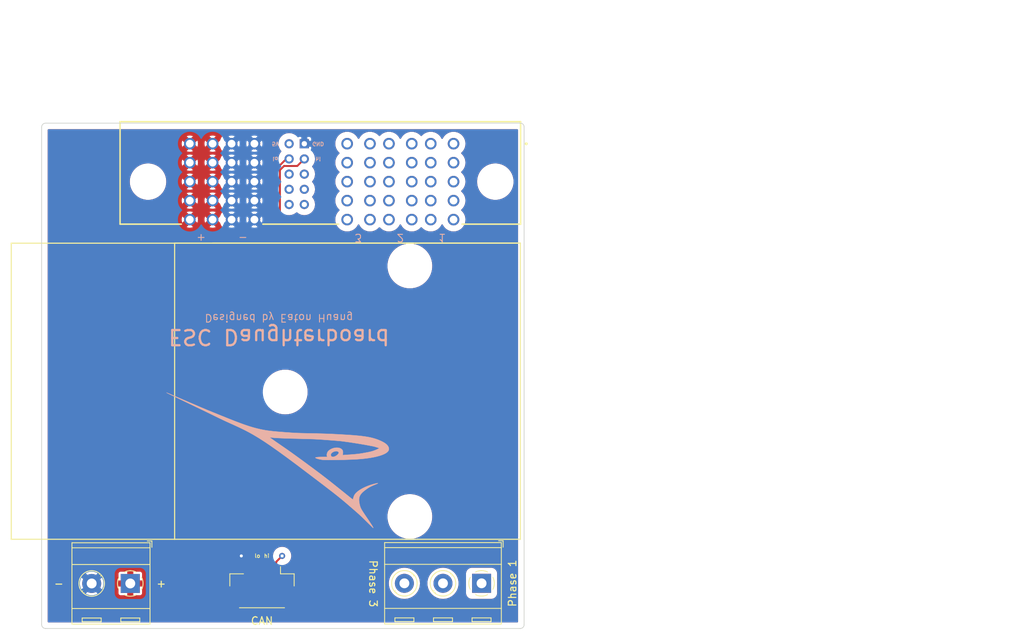
<source format=kicad_pcb>
(kicad_pcb (version 20211014) (generator pcbnew)
  (layers (0 "F.Cu" power) (1 "In1.Cu" signal "Phase 1") (2 "In2.Cu" signal "Phase 2") (3 "In3.Cu" signal "Phase 3") (4 "In4.Cu" power "5V") (31 "B.Cu" power) (34 "B.Paste" user) (35 "F.Paste" user) (36 "B.SilkS" user "B.Silkscreen") (37 "F.SilkS" user "F.Silkscreen") (38 "B.Mask" user) (39 "F.Mask" user) (44 "Edge.Cuts" user))
  (net 0 "")
  (net 1 "/Phase_1")
  (net 2 "/Phase_2")
  (net 3 "/Phase_3")
  (net 4 "/16V")
  (net 5 "GND")
  (net 6 "+5V")
  (net 7 "/CAH")
  (net 8 "/CAL")
  (footprint "TerminalBlock_RND:TerminalBlock_RND_205-00288_1x03_P5.08mm_Horizontal" (layer "F.Cu") (at 167.4 119.8 180)
    (fp_text reference "Phase 1" (at -4.06 0 90 unlocked) (layer "F.SilkS"))
    (fp_text value "Screw_Terminal_01x03")
    (fp_line (start 3.83 -5.05) (end 6.33 -5.05) (layer "F.SilkS") (width 0.12))
    (fp_line (start -1.25 -5.05) (end -1.25 -4.55) (layer "F.SilkS") (width 0.12))
    (fp_line (start 6.33 -5.05) (end 6.33 -4.55) (layer "F.SilkS") (width 0.12))
    (fp_line (start 11.23 -1.275) (end 11.171 -1.216) (layer "F.SilkS") (width 0.12))
    (fp_line (start 11.41 -5.05) (end 11.41 -4.55) (layer "F.SilkS") (width 0.12))
    (fp_line (start -2.6 4.7) (end 12.76 4.7) (layer "F.SilkS") (width 0.12))
    (fp_line (start -1.25 -4.55) (end 1.25 -4.55) (layer "F.SilkS") (width 0.12))
    (fp_line (start -1.25 -5.05) (end 1.25 -5.05) (layer "F.SilkS") (width 0.12))
    (fp_line (start -2.84 5.6) (end -2.24 5.6) (layer "F.SilkS") (width 0.12))
    (fp_line (start 3.83 -5.05) (end 3.83 -4.55) (layer "F.SilkS") (width 0.12))
    (fp_line (start 8.91 -5.05) (end 8.91 -4.55) (layer "F.SilkS") (width 0.12))
    (fp_line (start -2.6 -5.36) (end 12.76 -5.36) (layer "F.SilkS") (width 0.12))
    (fp_line (start 3.83 -4.55) (end 6.33 -4.55) (layer "F.SilkS") (width 0.12))
    (fp_line (start 4.07 1.216) (end 4.011 1.274) (layer "F.SilkS") (width 0.12))
    (fp_line (start 8.91 -4.55) (end 11.41 -4.55) (layer "F.SilkS") (width 0.12))
    (fp_line (start -2.6 -5.36) (end -2.6 5.36) (layer "F.SilkS") (width 0.12))
    (fp_line (start 3.9 0.976) (end 3.806 1.069) (layer "F.SilkS") (width 0.12))
    (fp_line (start -2.84 4.76) (end -2.84 5.6) (layer "F.SilkS") (width 0.12))
    (fp_line (start -2.6 -3.3) (end 12.76 -3.3) (layer "F.SilkS") (width 0.12))
    (fp_line (start 12.76 -5.36) (end 12.76 5.36) (layer "F.SilkS") (width 0.12))
    (fp_line (start 6.355 -1.069) (end 6.261 -0.976) (layer "F.SilkS") (width 0.12))
    (fp_line (start 1.25 -5.05) (end 1.25 -4.55) (layer "F.SilkS") (width 0.12))
    (fp_line (start 8.91 -5.05) (end 11.41 -5.05) (layer "F.SilkS") (width 0.12))
    (fp_line (start 6.15 -1.275) (end 6.091 -1.216) (layer "F.SilkS") (width 0.12))
    (fp_line (start 8.98 0.976) (end 8.886 1.069) (layer "F.SilkS") (width 0.12))
    (fp_line (start -2.6 2.5) (end 12.76 2.5) (layer "F.SilkS") (width 0.12))
    (fp_line (start -2.6 5.36) (end 12.76 5.36) (layer "F.SilkS") (width 0.12))
    (fp_line (start 11.435 -1.069) (end 11.341 -0.976) (layer "F.SilkS") (width 0.12))
    (fp_line (start 9.15 1.216) (end 9.091 1.274) (layer "F.SilkS") (width 0.12))
    (fp_arc (start 0.029383 1.68045) (mid -0.392304 1.634281) (end -0.789 1.484) (layer "F.SilkS") (width 0.12))
    (fp_arc (start 0.788712 1.483352) (mid 0.406429 1.630097) (end 0 1.68) (layer "F.SilkS") (width 0.12))
    (fp_arc (start -0.789089 -1.483953) (mid -0.00005 -1.680708) (end 0.789 -1.484) (layer "F.SilkS") (width 0.12))
    (fp_arc (start -1.483953 0.789089) (mid -1.680708 0.00005) (end -1.484 -0.789) (layer "F.SilkS") (width 0.12))
    (fp_arc (start 1.483953 -0.789089) (mid 1.680708 -0.00005) (end 1.484 0.789) (layer "F.SilkS") (width 0.12))
    (fp_circle (center 5.08 0) (end 6.76 0) (layer "F.SilkS") (width 0.12) (fill none))
    (fp_circle (center 10.16 0) (end 11.84 0) (layer "F.SilkS") (width 0.12) (fill none))
    (pad "1" thru_hole rect (at 0 0 180) (size 2.5 2.5) (drill 1.3) (layers *.Cu *.Mask) (net 1 "/Phase_1"))
    (pad "2" thru_hole circle (at 5.08 0 180) (size 2.5 2.5) (drill 1.3) (layers *.Cu *.Mask) (net 2 "/Phase_2"))
    (pad "3" thru_hole circle (at 10.16 0 180) (size 2.5 2.5) (drill 1.3) (layers *.Cu *.Mask) (net 3 "/Phase_3"))
  )
  (footprint "MountingHole:MountingHole_4.3mm_M4" (layer "F.Cu") (at 157.96 111)
    (fp_text reference "H1" hide)
    (fp_text value "MountingHole")
    (pad "" np_thru_hole circle (at 0 0) (size 4.3 4.3) (drill 4.3) (layers *.Cu *.Mask))
  )
  (footprint "Connector_JST:JST_GH_BM04B-GHS-TBT_1x04-1MP_P1.25mm_Vertical" (layer "F.Cu") (at 138.5 120.41 180)
    (fp_text reference "CAN" (at 0 -4.34) (layer "F.SilkS"))
    (fp_text value "Conn_01x04")
    (fp_line (start -2.435 1.86) (end -2.435 2.8) (layer "F.SilkS") (width 0.12))
    (fp_line (start 4.235 0.26) (end 4.235 1.86) (layer "F.SilkS") (width 0.12))
    (fp_line (start -4.235 0.26) (end -4.235 1.86) (layer "F.SilkS") (width 0.12))
    (fp_line (start 4.235 1.86) (end 2.435 1.86) (layer "F.SilkS") (width 0.12))
    (fp_line (start -4.235 1.86) (end -2.435 1.86) (layer "F.SilkS") (width 0.12))
    (fp_line (start -2.965 -2.61) (end 2.965 -2.61) (layer "F.SilkS") (width 0.12))
    (pad "1" smd roundrect (at -1.875 1.95 180) (size 0.6 1.7) (layers "F.Cu" "F.Paste" "F.Mask") (net 6 "+5V"))
    (pad "2" smd roundrect (at -0.625 1.95 180) (size 0.6 1.7) (layers "F.Cu" "F.Paste" "F.Mask") (net 7 "/CAH"))
    (pad "3" smd roundrect (at 0.625 1.95 180) (size 0.6 1.7) (layers "F.Cu" "F.Paste" "F.Mask") (net 8 "/CAL"))
    (pad "4" smd roundrect (at 1.875 1.95 180) (size 0.6 1.7) (layers "F.Cu" "F.Paste" "F.Mask") (net 5 "GND"))
    (pad "MP" smd roundrect (at 3.725 -1.4 180) (size 1 2.8) (layers "F.Cu" "F.Paste" "F.Mask"))
    (pad "MP" smd roundrect (at -3.725 -1.4 180) (size 1 2.8) (layers "F.Cu" "F.Paste" "F.Mask"))
  )
  (footprint "Daughter ET60T Ftprnt:SAMTEC_ET60T-D03-5-02-D02-X-R1-S" (layer "F.Cu") (at 146.355 66.8925 180)
    (fp_text reference "J5")
    (fp_text value "ET60T")
    (fp_line (start 26.535 7.9) (end -26.175 7.9) (layer "F.SilkS") (width 0.2))
    (fp_line (start -26.175 7.9) (end -26.175 -5.6) (layer "F.SilkS") (width 0.2))
    (fp_line (start 18.47 -5.6) (end 26.535 -5.6) (layer "F.SilkS") (width 0.2))
    (fp_line (start -26.175 -5.6) (end -18.47 -5.6) (layer "F.SilkS") (width 0.2))
    (fp_line (start -2.24 -5.6) (end 7.74 -5.6) (layer "F.SilkS") (width 0.2))
    (fp_line (start 26.535 7.9) (end 26.535 -5.6) (layer "F.SilkS") (width 0.2))
    (fp_circle (center -26.925 4.99) (end -26.825 4.99) (layer "F.SilkS") (width 0.2) (fill none))
    (pad "" np_thru_hole circle locked (at 22.855 0 180) (size 3.2 3.2) (drill 3.2) (layers *.Cu *.Mask))
    (pad "" np_thru_hole circle locked (at -22.855 0 180) (size 3.2 3.2) (drill 3.2) (layers *.Cu *.Mask))
    (pad "01" thru_hole rect locked (at 2.285 4.99 180) (size 1.208 1.208) (drill 0.7) (layers *.Cu *.Mask) (net 5 "GND"))
    (pad "02" thru_hole circle locked (at 4.285 4.99 180) (size 1.208 1.208) (drill 0.7) (layers *.Cu *.Mask) (net 6 "+5V"))
    (pad "03" thru_hole circle locked (at 2.285 2.99 180) (size 1.208 1.208) (drill 0.7) (layers *.Cu *.Mask) (net 7 "/CAH"))
    (pad "04" thru_hole circle locked (at 4.285 2.99 180) (size 1.208 1.208) (drill 0.7) (layers *.Cu *.Mask) (net 8 "/CAL"))
    (pad "05" thru_hole circle locked (at 2.285 0.99 180) (size 1.208 1.208) (drill 0.7) (layers *.Cu *.Mask))
    (pad "06" thru_hole circle locked (at 4.285 0.99 180) (size 1.208 1.208) (drill 0.7) (layers *.Cu *.Mask))
    (pad "07" thru_hole circle locked (at 2.285 -1.01 180) (size 1.208 1.208) (drill 0.7) (layers *.Cu *.Mask))
    (pad "08" thru_hole circle locked (at 4.285 -1.01 180) (size 1.208 1.208) (drill 0.7) (layers *.Cu *.Mask))
    (pad "09" thru_hole circle locked (at 2.285 -3.01 180) (size 1.208 1.208) (drill 0.7) (layers *.Cu *.Mask))
    (pad "10" thru_hole circle locked (at 4.285 -3.01 180) (size 1.208 1.208) (drill 0.7) (layers *.Cu *.Mask))
    (pad "P01_1" thru_hole circle locked (at -17.355 -5 180) (size 1.53 1.53) (drill 1.02) (layers *.Cu *.Mask) (net 1 "/Phase_1"))
    (pad "P01_2" thru_hole circle locked (at -17.355 -2.5 180) (size 1.53 1.53) (drill 1.02) (layers *.Cu *.Mask) (net 1 "/Phase_1"))
    (pad "P01_3" thru_hole circle locked (at -17.355 0 180) (size 1.53 1.53) (drill 1.02) (layers *.Cu *.Mask) (net 1 "/Phase_1"))
    (pad "P01_4" thru_hole circle locked (at -17.355 2.5 180) (size 1.53 1.53) (drill 1.02) (layers *.Cu *.Mask) (net 1 "/Phase_1"))
    (pad "P01_5" thru_hole circle locked (at -17.355 5 180) (size 1.53 1.53) (drill 1.02) (layers *.Cu *.Mask) (net 1 "/Phase_1"))
    (pad "P01_6" thru_hole circle locked (at -14.355 5 180) (size 1.53 1.53) (drill 1.02) (layers *.Cu *.Mask) (net 1 "/Phase_1"))
    (pad "P01_7" thru_hole circle locked (at -14.355 2.5 180) (size 1.53 1.53) (drill 1.02) (layers *.Cu *.Mask) (net 1 "/Phase_1"))
    (pad "P01_8" thru_hole circle locked (at -14.355 0 180) (size 1.53 1.53) (drill 1.02) (layers *.Cu *.Mask) (net 1 "/Phase_1"))
    (pad "P01_9" thru_hole circle locked (at -14.355 -2.5 180) (size 1.53 1.53) (drill 1.02) (layers *.Cu *.Mask) (net 1 "/Phase_1"))
    (pad "P01_10" thru_hole circle locked (at -14.355 -5 180) (size 1.53 1.53) (drill 1.02) (layers *.Cu *.Mask) (net 1 "/Phase_1"))
    (pad "P02_1" thru_hole circle locked (at -11.855 -5 180) (size 1.53 1.53) (drill 1.02) (layers *.Cu *.Mask) (net 2 "/Phase_2"))
    (pad "P02_2" thru_hole circle locked (at -11.855 -2.5 180) (size 1.53 1.53) (drill 1.02) (layers *.Cu *.Mask) (net 2 "/Phase_2"))
    (pad "P02_3" thru_hole circle locked (at -11.855 0 180) (size 1.53 1.53) (drill 1.02) (layers *.Cu *.Mask) (net 2 "/Phase_2"))
    (pad "P02_4" thru_hole circle locked (at -11.855 2.5 180) (size 1.53 1.53) (drill 1.02) (layers *.Cu *.Mask) (net 2 "/Phase_2"))
    (pad "P02_5" thru_hole circle locked (at -11.855 5 180) (size 1.53 1.53) (drill 1.02) (layers *.Cu *.Mask) (net 2 "/Phase_2"))
    (pad "P02_6" thru_hole circle locked (at -8.855 5 180) (size 1.53 1.53) (drill 1.02) (layers *.Cu *.Mask) (net 2 "/Phase_2"))
    (pad "P02_7" thru_hole circle locked (at -8.855 2.5 180) (size 1.53 1.53) (drill 1.02) (layers *.Cu *.Mask) (net 2 "/Phase_2"))
    (pad "P02_8" thru_hole circle locked (at -8.855 0 180) (size 1.53 1.53) (drill 1.02) (layers *.Cu *.Mask) (net 2 "/Phase_2"))
    (pad "P02_9" thru_hole circle locked (at -8.855 -2.5 180) (size 1.53 1.53) (drill 1.02) (layers *.Cu *.Mask) (net 2 "/Phase_2"))
    (pad "P02_10" thru_hole circle locked (at -8.855 -5 180) (size 1.53 1.53) (drill 1.02) (layers *.Cu *.Mask) (net 2 "/Phase_2"))
    (pad "P03_1" thru_hole circle locked (at -6.355 -5 180) (size 1.53 1.53) (drill 1.02) (layers *.Cu *.Mask) (net 3 "/Phase_3"))
    (pad "P03_2" thru_hole circle locked (at -6.355 -2.5 180) (size 1.53 1.53) (drill 1.02) (layers *.Cu *.Mask) (net 3 "/Phase_3"))
    (pad "P03_3" thru_hole circle locked (at -6.355 0 180) (size 1.53 1.53) (drill 1.02) (layers *.Cu *.Mask) (net 3 "/Phase_3"))
    (pad "P03_4" thru_hole circle locked (at -6.355 2.5 180) (size 1.53 1.53) (drill 1.02) (layers *.Cu *.Mask) (net 3 "/Phase_3"))
    (pad "P03_5" thru_hole circle locked (at -6.355 5 180) (size 1.53 1.53) (drill 1.02) (layers *.Cu *.Mask) (net 3 "/Phase_3"))
    (pad "P03_6" thru_hole circle locked (at -3.355 5 180) (size 1.53 1.53) (drill 1.02) (layers *.Cu *.Mask) (net 3 "/Phase_3"))
    (pad "P03_7" thru_hole circle locked (at -3.355 2.5 180) (size 1.53 1.53) (drill 1.02) (layers *.Cu *.Mask) (net 3 "/Phase_3"))
    (pad "P03_8" thru_hole circle locked (at -3.355 0 180) (size 1.53 1.53) (drill 1.02) (layers *.Cu *.Mask) (net 3 "/Phase_3"))
    (pad "P03_9" thru_hole circle locked (at -3.355 -2.5 180) (size 1.53 1.53) (drill 1.02) (layers *.Cu *.Mask) (net 3 "/Phase_3"))
    (pad "P03_10" thru_hole circle locked (at -3.355 -5 180) (size 1.53 1.53) (drill 1.02) (layers *.Cu *.Mask) (net 3 "/Phase_3"))
    (pad "P04_1" thru_hole circle locked (at 8.855 -5 180) (size 1.53 1.53) (drill 1.02) (layers *.Cu *.Mask) (net 5 "GND"))
    (pad "P04_2" thru_hole circle locked (at 8.855 -2.5 180) (size 1.53 1.53) (drill 1.02) (layers *.Cu *.Mask) (net 5 "GND"))
    (pad "P04_3" thru_hole circle locked (at 8.855 0 180) (size 1.53 1.53) (drill 1.02) (layers *.Cu *.Mask) (net 5 "GND"))
    (pad "P04_4" thru_hole circle locked (at 8.855 2.5 180) (size 1.53 1.53) (drill 1.02) (layers *.Cu *.Mask) (net 5 "GND"))
    (pad "P04_5" thru_hole circle locked (at 8.855 5 180) (size 1.53 1.53) (drill 1.02) (layers *.Cu *.Mask) (net 5 "GND"))
    (pad "P04_6" thru_hole circle locked (at 11.855 5 180) (size 1.53 1.53) (drill 1.02) (layers *.Cu *.Mask) (net 5 "GND"))
    (pad "P04_7" thru_hole circle locked (at 11.855 2.5 180) (size 1.53 1.53) (drill 1.02) (layers *.Cu *.Mask) (net 5 "GND"))
    (pad "P04_8" thru_hole circle locked (at 11.855 0 180) (size 1.53 1.53) (drill 1.02) (layers *.Cu *.Mask) (net 5 "GND"))
    (pad "P04_9" thru_hole circle locked (at 11.855 -2.5 180) (size 1.53 1.53) (drill 1.02) (layers *.Cu *.Mask) (net 5 "GND"))
    (pad "P04_10" thru_hole circle locked (at 11.855 -5 180) (size 1.53 1.53) (drill 1.02) (layers *.Cu *.Mask) (net 5 "GND"))
    (pad "P05_1" thru_hole circle locked (at 14.355 -5 180) (size 1.53 1.53) (drill 1.02) (layers *.Cu *.Mask) (net 4 "/16V"))
    (pad "P05_2" thru_hole circle locked (at 14.355 -2.5 180) (size 1.53 1.53) (drill 1.02) (layers *.Cu *.Mask) (net 4 "/16V"))
    (pad "P05_3" thru_hole circle locked (at 14.355 0 180) (size 1.53 1.53) (drill 1.02) (layers *.Cu *.Mask) (net 4 "/16V"))
    (pad "P05_4" thru_hole circle locked (at 14.355 2.5 180) (size 1.53 1.53) (drill 1.02) (layers *.Cu *.Mask) (net 4 "/16V"))
    (pad "P05_5" thru_hole circle locked (at 14.355 5 180) (size 1.53 1.53) (drill 1.02) (layers *.Cu *.Mask) (net 4 "/16V"))
    (pad "P05_6" thru_hole circle locked (at 17.355 5 180) (size 1.53 1.53) (drill 1.02) (layers *.Cu *.Mask) (net 4 "/16V"))
    (pad "P05_7" thru_hole circle locked (at 17.355 2.5 180) (size 1.53 1.53) (drill 1.02) (layers *.Cu *.Mask) (net 4 "/16V"))
    (pad "P05_8" thru_hole circle locked (at 17.355 0 180) (size 1.53 1.53) (drill 1.02) (layers *.Cu *.Mask) (net 4 "/16V"))
    (pad "P05_9" thru_hole circle locked (at 17.355 -2.5 180) (size 1.53 1.53) (drill 1.02) (layers *.Cu *.Mask) (net 4 "/16V"))
    (pad "P05_10" thru_hole circle locked (at 17.355 -5 180) (size 1.53 1.53) (drill 1.02) (layers *.Cu *.Mask) (net 4 "/16V"))
  )
  (footprint "MountingHole:MountingHole_4.3mm_M4" (layer "F.Cu") (at 141.56 94.6)
    (fp_text reference "H3" hide)
    (fp_text value "MountingHole")
    (pad "" np_thru_hole circle (at 0 0) (size 4.3 4.3) (drill 4.3) (layers *.Cu *.Mask))
  )
  (footprint "MountingHole:MountingHole_4.3mm_M4" (layer "F.Cu") (at 157.96 78)
    (fp_text reference "H2" hide)
    (fp_text value "MountingHole")
    (pad "" np_thru_hole circle (at 0 0) (size 4.3 4.3) (drill 4.3) (layers *.Cu *.Mask))
  )
  (footprint "TerminalBlock_RND:TerminalBlock_RND_205-00287_1x02_P5.08mm_Horizontal" (layer "F.Cu") (at 121.165 119.82 180)
    (fp_text reference "J2")
    (fp_text value "Screw_Terminal_01x02")
    (fp_line (start 1.25 -5.05) (end 1.25 -4.55) (layer "F.SilkS") (width 0.12))
    (fp_line (start 3.83 -5.05) (end 6.33 -5.05) (layer "F.SilkS") (width 0.12))
    (fp_line (start -2.6 5.36) (end 7.68 5.36) (layer "F.SilkS") (width 0.12))
    (fp_line (start -1.25 -5.05) (end -1.25 -4.55) (layer "F.SilkS") (width 0.12))
    (fp_line (start 4.07 1.216) (end 4.011 1.274) (layer "F.SilkS") (width 0.12))
    (fp_line (start 3.83 -4.55) (end 6.33 -4.55) (layer "F.SilkS") (width 0.12))
    (fp_line (start -1.25 -5.05) (end 1.25 -5.05) (layer "F.SilkS") (width 0.12))
    (fp_line (start 6.33 -5.05) (end 6.33 -4.55) (layer "F.SilkS") (width 0.12))
    (fp_line (start 6.15 -1.275) (end 6.091 -1.216) (layer "F.SilkS") (width 0.12))
    (fp_line (start -2.84 4.76) (end -2.84 5.6) (layer "F.SilkS") (width 0.12))
    (fp_line (start -2.6 -5.36) (end -2.6 5.36) (layer "F.SilkS") (width 0.12))
    (fp_line (start 6.355 -1.069) (end 6.261 -0.976) (layer "F.SilkS") (width 0.12))
    (fp_line (start 3.9 0.976) (end 3.806 1.069) (layer "F.SilkS") (width 0.12))
    (fp_line (start -2.6 2.5) (end 7.68 2.5) (layer "F.SilkS") (width 0.12))
    (fp_line (start -2.6 -5.36) (end 7.68 -5.36) (layer "F.SilkS") (width 0.12))
    (fp_line (start -2.84 5.6) (end -2.24 5.6) (layer "F.SilkS") (width 0.12))
    (fp_line (start 7.68 -5.36) (end 7.68 5.36) (layer "F.SilkS") (width 0.12))
    (fp_line (start 3.83 -5.05) (end 3.83 -4.55) (layer "F.SilkS") (width 0.12))
    (fp_line (start -2.6 4.7) (end 7.68 4.7) (layer "F.SilkS") (width 0.12))
    (fp_line (start -2.6 -3.3) (end 7.68 -3.3) (layer "F.SilkS") (width 0.12))
    (fp_line (start -1.25 -4.55) (end 1.25 -4.55) (layer "F.SilkS") (width 0.12))
    (fp_arc (start 0.029383 1.68045) (mid -0.392304 1.634281) (end -0.789 1.484) (layer "F.SilkS") (width 0.12))
    (fp_arc (start -1.483953 0.789089) (mid -1.680708 0.00005) (end -1.484 -0.789) (layer "F.SilkS") (width 0.12))
    (fp_arc (start 0.788712 1.483352) (mid 0.406429 1.630097) (end 0 1.68) (layer "F.SilkS") (width 0.12))
    (fp_arc (start -0.789089 -1.483953) (mid -0.00005 -1.680708) (end 0.789 -1.484) (layer "F.SilkS") (width 0.12))
    (fp_arc (start 1.483953 -0.789089) (mid 1.680708 -0.00005) (end 1.484 0.789) (layer "F.SilkS") (width 0.12))
    (fp_circle (center 5.08 0) (end 6.76 0) (layer "F.SilkS") (width 0.12) (fill none))
    (pad "1" thru_hole rect (at 0 0 180) (size 2.5 2.5) (drill 1.3) (layers *.Cu *.Mask) (net 4 "/16V"))
    (pad "2" thru_hole circle (at 5.08 0 180) (size 2.5 2.5) (drill 1.3) (layers *.Cu *.Mask) (net 5 "GND"))
  )
  (gr_poly (pts (xy 153.135 112.5) (xy 153.140113 112.489364) (xy 153.137931 112.469931) (xy 153.127583 112.440305) (xy 153.078902 112.344886) (xy 152.987101 112.191938) (xy 152.845207 111.970289) (xy 152.646251 111.668768) (xy 152.049266 110.781433) (xy 151.871914 110.516319) (xy 151.796808 110.401094) (xy 151.729887 110.295667) (xy 151.670503 110.198719) (xy 151.618012 110.108933) (xy 151.571766 110.024989) (xy 151.53112 109.94557) (xy 151.495427 109.869358) (xy 151.46404 109.795034) (xy 151.436314 109.72128) (xy 151.411602 109.646779) (xy 151.389258 109.570212) (xy 151.368635 109.49026) (xy 151.349088 109.405606) (xy 151.329969 109.314932) (xy 151.302606 109.164907) (xy 151.2836 109.0238) (xy 151.277343 108.956326) (xy 151.273311 108.890764) (xy 151.271548 108.827007) (xy 151.272099 108.76495) (xy 151.27501 108.704487) (xy 151.280326 108.64551) (xy 151.288091 108.587916) (xy 151.298351 108.531597) (xy 151.31115 108.476447) (xy 151.326535 108.422361) (xy 151.34455 108.369232) (xy 151.365239 108.316954) (xy 151.388649 108.265422) (xy 151.414823 108.214529) (xy 151.443808 108.16417) (xy 151.475648 108.114238) (xy 151.510388 108.064627) (xy 151.548074 108.015231) (xy 151.58875 107.965944) (xy 151.632462 107.916661) (xy 151.679254 107.867275) (xy 151.729172 107.817679) (xy 151.838564 107.717438) (xy 151.961 107.61509) (xy 152.096839 107.509785) (xy 152.252381 107.395347) (xy 152.394679 107.296328) (xy 152.53068 107.208882) (xy 152.598491 107.168296) (xy 152.667333 107.129161) (xy 152.738074 107.090996) (xy 152.811583 107.053319) (xy 152.970379 106.97751) (xy 153.150667 106.897886) (xy 153.359394 106.8106) (xy 153.446743 106.774357) (xy 153.523304 106.741709) (xy 153.589086 106.712644) (xy 153.644097 106.687149) (xy 153.688346 106.665213) (xy 153.721841 106.646822) (xy 153.744591 106.631964) (xy 153.751939 106.625856) (xy 153.756605 106.620627) (xy 153.758588 106.616275) (xy 153.75789 106.612798) (xy 153.754513 106.610196) (xy 153.748457 106.608466) (xy 153.739723 106.607606) (xy 153.728313 106.607617) (xy 153.697466 106.610239) (xy 153.655927 106.61632) (xy 153.603702 106.625848) (xy 153.5408 106.638809) (xy 153.467231 106.655193) (xy 153.220577 106.716172) (xy 152.977941 106.784886) (xy 152.740474 106.860703) (xy 152.509328 106.942989) (xy 152.285654 107.031112) (xy 152.070603 107.124439) (xy 151.865328 107.222337) (xy 151.670979 107.324172) (xy 151.488708 107.429313) (xy 151.319666 107.537125) (xy 151.165005 107.646976) (xy 151.025875 107.758234) (xy 150.962495 107.814192) (xy 150.903429 107.870264) (xy 150.848822 107.926372) (xy 150.798818 107.982435) (xy 150.75356 108.038376) (xy 150.713192 108.094114) (xy 150.677859 108.14957) (xy 150.647705 108.204666) (xy 150.635762 108.23001) (xy 150.622954 108.259939) (xy 150.595745 108.330287) (xy 150.568092 108.40918) (xy 150.542011 108.49009) (xy 150.519517 108.566488) (xy 150.502625 108.631846) (xy 150.49691 108.658343) (xy 150.49335 108.679633) (xy 150.492198 108.694897) (xy 150.492604 108.700015) (xy 150.493707 108.703321) (xy 150.494276 108.704444) (xy 150.494732 108.705798) (xy 150.495077 108.707364) (xy 150.495313 108.709123) (xy 150.495441 108.711057) (xy 150.495464 108.713148) (xy 150.495383 108.715378) (xy 150.4952 108.717728) (xy 150.494917 108.72018) (xy 150.494536 108.722715) (xy 150.494059 108.725315) (xy 150.493487 108.727962) (xy 150.492823 108.730637) (xy 150.492068 108.733322) (xy 150.491224 108.735998) (xy 150.490293 108.738648) (xy 150.488572 108.741539) (xy 150.485889 108.743522) (xy 150.482253 108.744603) (xy 150.47767 108.744785) (xy 150.465695 108.742477) (xy 150.450023 108.736637) (xy 150.430712 108.727305) (xy 150.407821 108.714521) (xy 150.38141 108.698325) (xy 150.351537 108.678756) (xy 150.28164 108.629659) (xy 150.1986 108.567551) (xy 150.102889 108.492747) (xy 149.994976 108.405568) (xy 148.942887 107.557061) (xy 147.738897 106.59389) (xy 146.944028 105.969684) (xy 146.137964 105.351558) (xy 145.235842 104.67521) (xy 144.152798 103.876337) (xy 143.145653 103.140241) (xy 142.355472 102.570532) (xy 141.655002 102.076383) (xy 140.916996 101.566969) (xy 140.536701 101.305856) (xy 140.248212 101.106276) (xy 140.03065 100.953675) (xy 139.863134 100.833497) (xy 139.789276 100.780456) (xy 139.713164 100.727108) (xy 139.643758 100.679661) (xy 139.614371 100.66009) (xy 139.59002 100.644321) (xy 139.48612 100.578343) (xy 139.569241 100.585542) (xy 140.09242 100.628566) (xy 140.544666 100.659164) (xy 141.024255 100.683082) (xy 141.629467 100.706068) (xy 142.514469 100.73312) (xy 143.636257 100.759503) (xy 144.605849 100.783063) (xy 145.363208 100.809887) (xy 146.042293 100.845824) (xy 146.777061 100.896728) (xy 147.743381 100.969866) (xy 148.375918 101.020566) (xy 148.602404 101.0405) (xy 148.787909 101.058422) (xy 148.946586 101.075532) (xy 149.09259 101.093028) (xy 150.028489 101.220151) (xy 151.028421 101.373545) (xy 152.034628 101.543889) (xy 152.989357 101.721858) (xy 153.077747 101.739582) (xy 153.156357 101.756265) (xy 153.228546 101.77278) (xy 153.297676 101.789997) (xy 153.367108 101.808791) (xy 153.440205 101.830033) (xy 153.520328 101.854596) (xy 153.610838 101.883351) (xy 153.836378 101.955619) (xy 153.907569 101.978219) (xy 153.936793 101.987252) (xy 153.939453 101.988544) (xy 153.940232 101.990654) (xy 153.939202 101.993545) (xy 153.936434 101.997179) (xy 153.925976 102.006522) (xy 153.909433 102.01838) (xy 153.860399 102.048422) (xy 153.793946 102.084874) (xy 153.714683 102.125302) (xy 153.627222 102.167273) (xy 153.536175 102.208356) (xy 153.446153 102.246117) (xy 153.302999 102.301726) (xy 153.165902 102.350972) (xy 153.030734 102.394981) (xy 152.893367 102.434884) (xy 152.749671 102.471809) (xy 152.595519 102.506885) (xy 152.426782 102.541241) (xy 152.239332 102.576005) (xy 151.99238 102.620572) (xy 151.782164 102.659349) (xy 151.606584 102.68959) (xy 151.405364 102.719286) (xy 151.182692 102.747993) (xy 150.942756 102.775265) (xy 150.689743 102.800654) (xy 150.42784 102.823715) (xy 150.161236 102.844001) (xy 149.894117 102.861067) (xy 149.71645 102.871874) (xy 149.54432 102.883341) (xy 149.397378 102.894099) (xy 149.295271 102.902776) (xy 149.227238 102.90964) (xy 149.200319 102.912252) (xy 149.177717 102.914131) (xy 149.15912 102.915142) (xy 149.151226 102.915277) (xy 149.144216 102.915144) (xy 149.138052 102.914724) (xy 149.132694 102.914) (xy 149.128104 102.912955) (xy 149.124242 102.911571) (xy 149.121071 102.909832) (xy 149.11855 102.90772) (xy 149.11664 102.905217) (xy 149.115304 102.902307) (xy 149.114501 102.898972) (xy 149.114194 102.895195) (xy 149.114342 102.890958) (xy 149.114908 102.886245) (xy 149.115851 102.881038) (xy 149.117134 102.875319) (xy 149.120561 102.862279) (xy 149.129772 102.829303) (xy 149.136295 102.801426) (xy 149.141816 102.770567) (xy 149.146344 102.737237) (xy 149.149889 102.701944) (xy 149.152463 102.665199) (xy 149.154073 102.627512) (xy 149.154732 102.589391) (xy 149.154448 102.551347) (xy 149.153232 102.513889) (xy 149.151094 102.477527) (xy 149.148043 102.44277) (xy 149.144091 102.410128) (xy 149.139245 102.380112) (xy 149.133518 102.353229) (xy 149.126918 102.329991) (xy 149.119456 102.310907) (xy 149.093895 102.26302) (xy 149.063769 102.218418) (xy 149.029319 102.177094) (xy 148.990787 102.13904) (xy 148.948415 102.104248) (xy 148.902446 102.07271) (xy 148.853121 102.04442) (xy 148.800682 102.019368) (xy 148.745371 101.997549) (xy 148.687431 101.978954) (xy 148.627104 101.963575) (xy 148.56463 101.951405) (xy 148.500253 101.942436) (xy 148.434215 101.936661) (xy 148.29812 101.934662) (xy 148.158284 101.945345) (xy 148.016641 101.968651) (xy 147.875128 102.004517) (xy 147.735681 102.052884) (xy 147.667337 102.081736) (xy 147.600236 102.11369) (xy 147.534619 102.148738) (xy 147.470729 102.186874) (xy 147.408807 102.228088) (xy 147.349096 102.272375) (xy 147.291838 102.319725) (xy 147.237274 102.370132) (xy 147.207511 102.40203) (xy 147.179771 102.437372) (xy 147.154153 102.475755) (xy 147.13076 102.516778) (xy 147.109692 102.560041) (xy 147.091052 102.605141) (xy 147.074939 102.651678) (xy 147.061457 102.69925) (xy 147.050705 102.747456) (xy 147.042785 102.795895) (xy 147.037799 102.844165) (xy 147.03645 102.877138) (xy 147.561878 102.877138) (xy 147.562673 102.847726) (xy 147.56604 102.819044) (xy 147.568725 102.805122) (xy 147.572098 102.791557) (xy 147.576174 102.778407) (xy 147.580967 102.765729) (xy 147.586492 102.753583) (xy 147.592765 102.742025) (xy 147.615792 102.706619) (xy 147.641793 102.67295) (xy 147.670527 102.641046) (xy 147.70175 102.610937) (xy 147.73522 102.582654) (xy 147.770692 102.556227) (xy 147.807924 102.531685) (xy 147.846673 102.509058) (xy 147.886697 102.488376) (xy 147.927751 102.469669) (xy 147.969593 102.452968) (xy 148.011979 102.4383) (xy 148.054667 102.425698) (xy 148.097414 102.41519) (xy 148.139977 102.406807) (xy 148.182112 102.400578) (xy 148.223576 102.396533) (xy 148.264127 102.394703) (xy 148.303521 102.395117) (xy 148.341515 102.397804) (xy 148.377867 102.402796) (xy 148.412333 102.410121) (xy 148.44467 102.41981) (xy 148.474634 102.431892) (xy 148.501984 102.446398) (xy 148.526476 102.463358) (xy 148.547867 102.4828) (xy 148.565913 102.504756) (xy 148.580373 102.529255) (xy 148.591002 102.556326) (xy 148.597557 102.586001) (xy 148.599797 102.618308) (xy 148.598844 102.631882) (xy 148.596037 102.646219) (xy 148.591449 102.661255) (xy 148.585156 102.676926) (xy 148.567748 102.709921) (xy 148.544411 102.744693) (xy 148.51574 102.780734) (xy 148.482331 102.817532) (xy 148.44478 102.85458) (xy 148.403682 102.891366) (xy 148.359635 102.927382) (xy 148.313234 102.962118) (xy 148.265075 102.995064) (xy 148.215753 103.02571) (xy 148.165865 103.053548) (xy 148.116007 103.078066) (xy 148.066775 103.098756) (xy 148.018765 103.115108) (xy 148.003628 103.119079) (xy 147.98687 103.122531) (xy 147.968683 103.125463) (xy 147.949256 103.127875) (xy 147.92878 103.129766) (xy 147.907444 103.131136) (xy 147.88544 103.131983) (xy 147.862958 103.132307) (xy 147.840188 103.132108) (xy 147.81732 103.131384) (xy 147.794546 103.130136) (xy 147.772054 103.128362) (xy 147.750036 103.126061) (xy 147.728682 103.123234) (xy 147.708182 103.11988) (xy 147.688726 103.115997) (xy 147.678769 103.113182) (xy 147.669111 103.109214) (xy 147.659768 103.10415) (xy 147.650754 103.09805) (xy 147.642085 103.090971) (xy 147.633775 103.082971) (xy 147.62584 103.074109) (xy 147.618294 103.064442) (xy 147.611152 103.054028) (xy 147.604429 103.042926) (xy 147.5923 103.018889) (xy 147.582027 102.992795) (xy 147.573729 102.965108) (xy 147.567525 102.936293) (xy 147.563535 102.906815) (xy 147.561878 102.877138) (xy 147.03645 102.877138) (xy 147.035848 102.891866) (xy 147.037033 102.938595) (xy 147.041455 102.983952) (xy 147.049217 103.027536) (xy 147.060418 103.068945) (xy 147.06427 103.081053) (xy 147.067869 103.092701) (xy 147.071135 103.103607) (xy 147.07399 103.113493) (xy 147.076354 103.122077) (xy 147.078149 103.129081) (xy 147.079295 103.134223) (xy 147.0796 103.136009) (xy 147.079713 103.137224) (xy 147.078264 103.138131) (xy 147.073985 103.139013) (xy 147.057515 103.140683) (xy 147.031458 103.142198) (xy 146.996972 103.143523) (xy 146.907332 103.145458) (xy 146.797842 103.146203) (xy 146.559816 103.148083) (xy 146.333801 103.15341) (xy 146.125251 103.161797) (xy 145.939622 103.172856) (xy 145.78237 103.186201) (xy 145.716091 103.19361) (xy 145.658952 103.201445) (xy 145.611634 103.209658) (xy 145.574821 103.2182) (xy 145.549194 103.227023) (xy 145.540788 103.231525) (xy 145.535435 103.236079) (xy 145.530988 103.243994) (xy 145.530246 103.252416) (xy 145.533074 103.261306) (xy 145.539336 103.270624) (xy 145.561619 103.290379) (xy 145.596009 103.311357) (xy 145.641417 103.333234) (xy 145.696758 103.355687) (xy 145.760944 103.378392) (xy 145.83289 103.401023) (xy 145.995713 103.444773) (xy 146.176532 103.484344) (xy 146.270973 103.501753) (xy 146.366653 103.517146) (xy 146.462485 103.530198) (xy 146.557383 103.540586) (xy 146.791748 103.551714) (xy 147.170249 103.556693) (xy 148.224574 103.550104) (xy 149.450183 103.524618) (xy 150.576902 103.484033) (xy 151.080174 103.455032) (xy 151.560865 103.417063) (xy 152.017688 103.370497) (xy 152.449356 103.315705) (xy 152.854582 103.253059) (xy 153.232079 103.18293) (xy 153.58056 103.105689) (xy 153.898738 103.021707) (xy 154.046062 102.977304) (xy 154.185327 102.931355) (xy 154.316373 102.883906) (xy 154.439039 102.835004) (xy 154.553164 102.784696) (xy 154.658587 102.733026) (xy 154.755148 102.680043) (xy 154.842685 102.625792) (xy 154.921038 102.57032) (xy 154.990045 102.513673) (xy 155.049546 102.455897) (xy 155.09938 102.397039) (xy 155.139387 102.337145) (xy 155.169404 102.276263) (xy 155.189272 102.214437) (xy 155.198829 102.151714) (xy 155.200343 102.116309) (xy 155.199983 102.081145) (xy 155.197749 102.04622) (xy 155.193639 102.011531) (xy 155.18765 101.977077) (xy 155.179781 101.942855) (xy 155.17003 101.908863) (xy 155.158395 101.875099) (xy 155.129465 101.808245) (xy 155.092976 101.742277) (xy 155.048912 101.677177) (xy 154.997259 101.612928) (xy 154.938001 101.549511) (xy 154.871123 101.486911) (xy 154.796609 101.425109) (xy 154.714446 101.364087) (xy 154.624617 101.30383) (xy 154.527106 101.244319) (xy 154.4219 101.185536) (xy 154.308982 101.127465) (xy 154.10996 101.03281) (xy 153.909634 100.945341) (xy 153.705938 100.864654) (xy 153.496807 100.790346) (xy 153.280173 100.722014) (xy 153.05397 100.659253) (xy 152.816131 100.601661) (xy 152.56459 100.548833) (xy 152.012136 100.45586) (xy 151.380073 100.377107) (xy 150.651871 100.309344) (xy 149.810997 100.249345) (xy 148.628219 100.179042) (xy 147.571105 100.126593) (xy 146.580075 100.089394) (xy 145.59555 100.064845) (xy 144.130391 100.035141) (xy 143.615256 100.02181) (xy 143.189099 100.007273) (xy 142.809931 99.989862) (xy 142.435763 99.967911) (xy 141.534471 99.903724) (xy 140.915797 99.856183) (xy 140.392957 99.812365) (xy 139.948205 99.770107) (xy 139.563796 99.727247) (xy 139.221985 99.681622) (xy 138.905029 99.631067) (xy 138.595181 99.573421) (xy 138.274698 99.506521) (xy 137.803657 99.396763) (xy 137.326665 99.269528) (xy 136.822285 99.117363) (xy 136.269077 98.932816) (xy 135.645603 98.708437) (xy 134.930424 98.436773) (xy 134.102103 98.110373) (xy 133.1392 97.721784) (xy 132.005185 97.262092) (xy 131.237735 96.948421) (xy 130.398008 96.59635) (xy 128.140035 95.623634) (xy 127.35116 95.28137) (xy 126.863527 95.071247) (xy 126.397712 94.873635) (xy 126.235709 94.805327) (xy 126.114079 94.754486) (xy 126.027647 94.718961) (xy 125.971242 94.696605) (xy 125.952682 94.689694) (xy 125.939689 94.685269) (xy 125.931616 94.683061) (xy 125.929222 94.682705) (xy 125.927816 94.682803) (xy 126.077991 94.763511) (xy 126.568204 95.004407) (xy 128.656576 96.009481) (xy 130.591683 96.938782) (xy 131.844879 97.547303) (xy 132.748202 97.988921) (xy 133.334971 98.271444) (xy 133.849087 98.510411) (xy 134.534453 98.821363) (xy 135.021861 99.043458) (xy 135.453004 99.243694) (xy 135.838229 99.427255) (xy 136.187885 99.599328) (xy 136.512318 99.765097) (xy 136.821878 99.929747) (xy 137.126912 100.098464) (xy 137.437768 100.276434) (xy 138.118388 100.686233) (xy 138.863767 101.165021) (xy 139.704705 101.734904) (xy 140.672002 102.417991) (xy 141.796456 103.236387) (xy 143.108866 104.212201) (xy 146.420753 106.72451) (xy 147.733717 107.735851) (xy 148.255444 108.145981) (xy 148.726549 108.524294) (xy 149.176443 108.894696) (xy 149.634538 109.281094) (xy 150.692974 110.197504) (xy 151.145355 110.596438) (xy 151.331134 110.764306) (xy 151.508177 110.928175) (xy 151.690139 111.100846) (xy 151.890674 111.295118) (xy 152.402085 111.799671) (xy 152.678383 112.072852) (xy 152.906491 112.296563) (xy 153.062741 112.447719) (xy 153.106523 112.488875) (xy 153.118533 112.499585) (xy 153.123463 112.503235)) (layer "B.SilkS") (width 0.04) (fill solid))
  (gr_line (start 172.5 75) (end 132 75) (layer "F.SilkS") (width 0.15))
  (gr_line (start 105.5 75) (end 105.5 114) (layer "F.SilkS") (width 0.15))
  (gr_line (start 172.5 75) (end 127 75) (layer "F.SilkS") (width 0.15))
  (gr_line (start 105.5 114) (end 172.5 114) (layer "F.SilkS") (width 0.15))
  (gr_line (start 127 75) (end 127 114) (layer "F.SilkS") (width 0.15))
  (gr_line (start 172.5 75) (end 105.5 75) (layer "F.SilkS") (width 0.15))
  (gr_line (start 172.5 114) (end 172.5 75) (layer "F.SilkS") (width 0.15))
  (gr_arc (start 172.49 59.19) (mid 172.848193 59.327595) (end 173 59.68) (layer "Edge.Cuts") (width 0.1))
  (gr_arc (start 173.001482 125.241565) (mid 172.842828 125.607724) (end 172.47 125.75) (layer "Edge.Cuts") (width 0.1))
  (gr_arc (start 110.035 125.754236) (mid 109.652538 125.6) (end 109.498982 125.217265) (layer "Edge.Cuts") (width 0.1))
  (gr_arc (start 109.5 59.698447) (mid 109.656775 59.337241) (end 110.021971 59.19) (layer "Edge.Cuts") (width 0.1))
  (gr_line (start 172.5 59.190545) (end 110.021971 59.19) (layer "Edge.Cuts") (width 0.1))
  (gr_line (start 173.001482 125.241565) (end 173 59.66) (layer "Edge.Cuts") (width 0.1))
  (gr_line (start 109.5 59.698447) (end 109.498982 125.217265) (layer "Edge.Cuts") (width 0.1))
  (gr_line (start 109.99457 125.75) (end 172.49 125.75) (layer "Edge.Cuts") (width 0.1))
  (gr_text "-" (at 135.99 74.32 180) (layer "B.SilkS") (effects (font (size 1 1) (thickness 0.125)) (justify mirror)))
  (gr_text "1" (at 162.23 74.28 180) (layer "B.SilkS") (effects (font (size 1 1) (thickness 0.125)) (justify mirror)))
  (gr_text "5V" (at 140.26 61.91 180) (layer "B.SilkS") (effects (font (size 0.5 0.5) (thickness 0.1)) (justify mirror)))
  (gr_text "GND" (at 145.89 61.91 180) (layer "B.SilkS") (effects (font (size 0.5 0.5) (thickness 0.1)) (justify mirror)))
  (gr_text "Designed by Eaton Huang" (at 140.735 84.85 180) (layer "B.SilkS") (effects (font (size 1 1) (thickness 0.125)) (justify mirror)))
  (gr_text "hi" (at 145.89 63.88 180) (layer "B.SilkS") (effects (font (size 0.5 0.5) (thickness 0.1)) (justify mirror)))
  (gr_text "+" (at 130.49 74.32 180) (layer "B.SilkS") (effects (font (size 1 1) (thickness 0.125)) (justify mirror)))
  (gr_text "2" (at 156.71 74.29 180) (layer "B.SilkS") (effects (font (size 1 1) (thickness 0.125)) (justify mirror)))
  (gr_text "lo" (at 140.25 63.89 180) (layer "B.SilkS") (effects (font (size 0.5 0.5) (thickness 0.1)) (justify mirror)))
  (gr_text "3" (at 151.18 74.28 180) (layer "B.SilkS") (effects (font (size 1 1) (thickness 0.125)) (justify mirror)))
  (gr_text "ESC Daughterboard" (at 140.735 87.35 180) (layer "B.SilkS") (effects (font (size 2 2) (thickness 0.3)) (justify mirror)))
  (gr_text "hi" (at 139.12 116.19) (layer "F.SilkS") (effects (font (size 0.5 0.5) (thickness 0.1))))
  (gr_text "+" (at 125.24 119.83) (layer "F.SilkS") (effects (font (size 1 1))))
  (gr_text "Phase 3" (at 153.13 119.84 -90) (layer "F.SilkS") (effects (font (size 1 1))))
  (gr_text "-" (at 111.76 119.83) (layer "F.SilkS") (effects (font (size 1 1))))
  (gr_text "lo" (at 137.9 116.18) (layer "F.SilkS") (effects (font (size 0.5 0.5) (thickness 0.1))))
  (segment (start 136.625 117.035) (end 135.78 116.19) (width 0.25) (layer "F.Cu") (net 5))
  (segment (start 136.625 118.46) (end 136.625 117.035) (width 0.25) (layer "F.Cu") (net 5))
  (via (at 135.78 116.19) (size 0.8) (drill 0.4) (layers "F.Cu" "B.Cu") (net 5))
  (segment (start 140.375 118.46) (end 140.375 116.965) (width 0.25) (layer "F.Cu") (net 6))
  (segment (start 140.375 116.965) (end 141.15 116.19) (width 0.25) (layer "F.Cu") (net 6))
  (via (at 141.15 116.19) (size 0.8) (drill 0.4) (layers "F.Cu" "B.Cu") (net 6))
  (segment (start 139.125 118.46) (end 139.125 118.188928) (width 0.25) (layer "F.Cu") (net 7))
  (segment (start 138.32452 117.388448) (end 138.32452 76.31548) (width 0.25) (layer "F.Cu") (net 7))
  (segment (start 141.398989 64.831011) (end 143.141489 64.831011) (width 0.25) (layer "F.Cu") (net 7))
  (segment (start 143.141489 64.831011) (end 144.07 63.9025) (width 0.25) (layer "F.Cu") (net 7))
  (segment (start 140.86 65.37) (end 141.398989 64.831011) (width 0.25) (layer "F.Cu") (net 7))
  (segment (start 139.125 118.188928) (end 138.32452 117.388448) (width 0.25) (layer "F.Cu") (net 7))
  (segment (start 138.32452 76.31548) (end 140.86 73.78) (width 0.25) (layer "F.Cu") (net 7))
  (segment (start 140.86 73.78) (end 140.86 65.37) (width 0.25) (layer "F.Cu") (net 7))
  (segment (start 141.691782 63.9025) (end 142.07 63.9025) (width 0.25) (layer "F.Cu") (net 8))
  (segment (start 137.875 76.129282) (end 140.41048 73.593802) (width 0.25) (layer "F.Cu") (net 8))
  (segment (start 140.41048 65.183802) (end 141.691782 63.9025) (width 0.25) (layer "F.Cu") (net 8))
  (segment (start 137.875 118.46) (end 137.875 76.129282) (width 0.25) (layer "F.Cu") (net 8))
  (segment (start 140.41048 73.593802) (end 140.41048 65.183802) (width 0.25) (layer "F.Cu") (net 8))
  (zone (net 4) (net_name "/16V") (layer "F.Cu") (connect_pads (clearance 0.8)) (min_thickness 0.2) (fill yes (thermal_gap 0.3) (thermal_bridge_width 0.8) (smoothing chamfer))
    (polygon (pts (xy 174.01 126.19) (xy 108.363582 126.250042) (xy 108.344747 58.263805) (xy 174.514747 58.158805)))
  )
  (zone (net 5) (net_name "GND") (layer "B.Cu") (connect_pads (clearance 0.8)) (min_thickness 0.2) (fill yes (thermal_gap 0.3) (thermal_bridge_width 0.8))
    (polygon (pts (xy 173.788794 126.755295) (xy 108.823794 126.700295) (xy 108.825 57.66) (xy 174.35 57.66)))
  )
)
</source>
